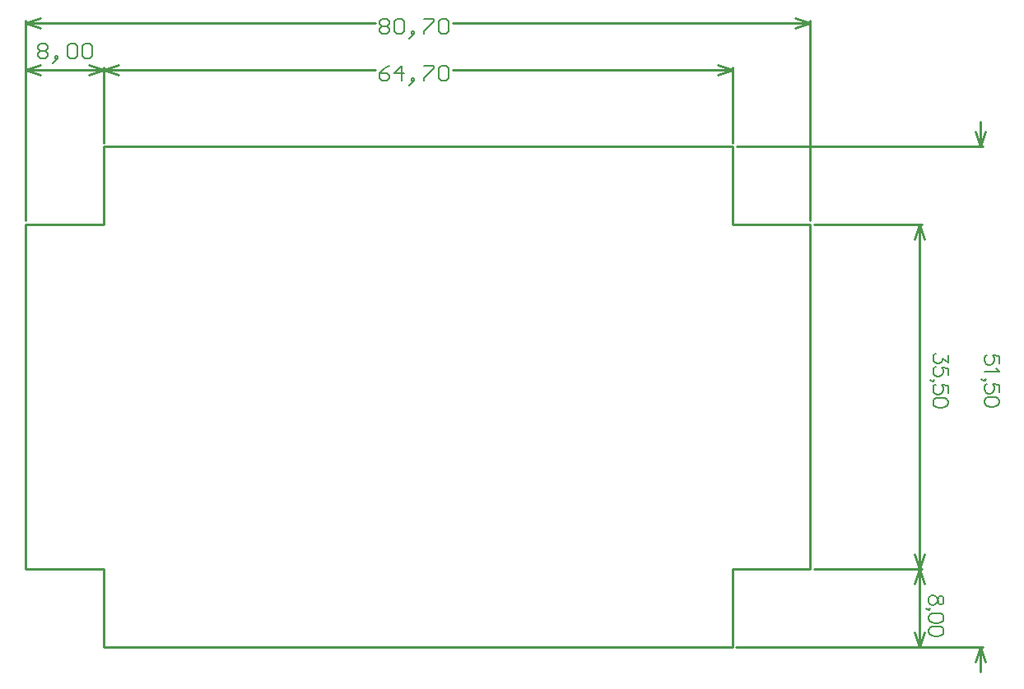
<source format=gbr>
%TF.GenerationSoftware,Altium Limited,Altium Designer,21.6.1 (37)*%
G04 Layer_Color=32768*
%FSLAX43Y43*%
%MOMM*%
%TF.SameCoordinates,722F286E-688C-4CC3-9CBB-BCC5CCC684D6*%
%TF.FilePolarity,Positive*%
%TF.FileFunction,Other,Board_Outline_(ES)*%
%TF.Part,Single*%
G01*
G75*
%TA.AperFunction,NonConductor*%
%ADD49C,0.254*%
%ADD50C,0.152*%
D49*
X72700Y43500D02*
Y51500D01*
X8000D02*
X72700D01*
X8000Y0D02*
X72700D01*
Y8000D01*
X80700D01*
X80700Y43500D02*
X80700Y8000D01*
X72700Y43500D02*
X80700D01*
X8000D02*
Y51500D01*
X0Y43500D02*
X8000D01*
X0Y8000D02*
Y43500D01*
Y8000D02*
X8000D01*
Y0D02*
Y8000D01*
X91948D02*
X92456Y6476D01*
X91440D02*
X91948Y8000D01*
X91440Y1524D02*
X91948Y0D01*
X92456Y1524D01*
X91948Y4000D02*
Y8000D01*
Y0D02*
Y4000D01*
X81081Y8000D02*
X92202D01*
X73081Y0D02*
X92202D01*
X91948Y43500D02*
X92456Y41976D01*
X91440D02*
X91948Y43500D01*
X91440Y9524D02*
X91948Y8000D01*
X92456Y9524D01*
X91948Y25750D02*
Y43500D01*
Y8000D02*
Y25750D01*
X81081Y43500D02*
X92202D01*
X81081Y8000D02*
X92202D01*
X98171Y0D02*
X98679Y-1524D01*
X97663D02*
X98171Y0D01*
X97663Y53024D02*
X98171Y51500D01*
X98679Y53024D01*
X98171Y-2540D02*
Y0D01*
Y51500D02*
Y54040D01*
X73100Y51500D02*
X98425D01*
X73081Y0D02*
X98425D01*
X0Y59436D02*
X1524Y59944D01*
X0Y59436D02*
X1524Y58928D01*
X6476D02*
X8000Y59436D01*
X6476Y59944D02*
X8000Y59436D01*
X0D02*
X4000D01*
X8000D01*
X0Y43881D02*
Y59690D01*
X8000Y51900D02*
Y59690D01*
Y59436D02*
X9524Y59944D01*
X8000Y59436D02*
X9524Y58928D01*
X71176D02*
X72700Y59436D01*
X71176Y59944D02*
X72700Y59436D01*
X8000D02*
X35982D01*
X43905D02*
X72700D01*
X8000Y51881D02*
Y59690D01*
X72700Y51900D02*
Y59690D01*
X0Y64262D02*
X1524Y64770D01*
X0Y64262D02*
X1524Y63754D01*
X79176D02*
X80700Y64262D01*
X79176Y64770D02*
X80700Y64262D01*
X0D02*
X35982D01*
X43905D02*
X80700D01*
X0Y43881D02*
Y64516D01*
X80700Y43881D02*
Y64516D01*
D50*
X94422Y4945D02*
X94350Y5162D01*
X94205Y5235D01*
X94060D01*
X93914Y5162D01*
X93842Y5017D01*
X93769Y4727D01*
X93697Y4509D01*
X93552Y4364D01*
X93407Y4292D01*
X93189D01*
X93044Y4364D01*
X92971Y4437D01*
X92899Y4655D01*
Y4945D01*
X92971Y5162D01*
X93044Y5235D01*
X93189Y5308D01*
X93407D01*
X93552Y5235D01*
X93697Y5090D01*
X93769Y4872D01*
X93842Y4582D01*
X93914Y4437D01*
X94060Y4364D01*
X94205D01*
X94350Y4437D01*
X94422Y4655D01*
Y4945D01*
X92971Y3806D02*
X92899Y3878D01*
X92971Y3951D01*
X93044Y3878D01*
X92971Y3806D01*
X92826D01*
X92681Y3878D01*
X92608Y3951D01*
X94422Y3037D02*
X94350Y3254D01*
X94132Y3399D01*
X93769Y3472D01*
X93552D01*
X93189Y3399D01*
X92971Y3254D01*
X92899Y3037D01*
Y2891D01*
X92971Y2674D01*
X93189Y2529D01*
X93552Y2456D01*
X93769D01*
X94132Y2529D01*
X94350Y2674D01*
X94422Y2891D01*
Y3037D01*
Y1680D02*
X94350Y1897D01*
X94132Y2043D01*
X93769Y2115D01*
X93552D01*
X93189Y2043D01*
X92971Y1897D01*
X92899Y1680D01*
Y1535D01*
X92971Y1317D01*
X93189Y1172D01*
X93552Y1099D01*
X93769D01*
X94132Y1172D01*
X94350Y1317D01*
X94422Y1535D01*
Y1680D01*
X94865Y30055D02*
Y29257D01*
X94284Y29693D01*
Y29475D01*
X94212Y29330D01*
X94139Y29257D01*
X93922Y29185D01*
X93777D01*
X93559Y29257D01*
X93414Y29402D01*
X93341Y29620D01*
Y29838D01*
X93414Y30055D01*
X93486Y30128D01*
X93631Y30201D01*
X94865Y27973D02*
Y28699D01*
X94212Y28771D01*
X94284Y28699D01*
X94357Y28481D01*
Y28263D01*
X94284Y28046D01*
X94139Y27901D01*
X93922Y27828D01*
X93777D01*
X93559Y27901D01*
X93414Y28046D01*
X93341Y28263D01*
Y28481D01*
X93414Y28699D01*
X93486Y28771D01*
X93631Y28844D01*
X93414Y27342D02*
X93341Y27414D01*
X93414Y27487D01*
X93486Y27414D01*
X93414Y27342D01*
X93269D01*
X93124Y27414D01*
X93051Y27487D01*
X94865Y26137D02*
Y26863D01*
X94212Y26936D01*
X94284Y26863D01*
X94357Y26645D01*
Y26428D01*
X94284Y26210D01*
X94139Y26065D01*
X93922Y25992D01*
X93777D01*
X93559Y26065D01*
X93414Y26210D01*
X93341Y26428D01*
Y26645D01*
X93414Y26863D01*
X93486Y26936D01*
X93631Y27008D01*
X94865Y25216D02*
X94792Y25434D01*
X94575Y25579D01*
X94212Y25651D01*
X93994D01*
X93631Y25579D01*
X93414Y25434D01*
X93341Y25216D01*
Y25071D01*
X93414Y24853D01*
X93631Y24708D01*
X93994Y24636D01*
X94212D01*
X94575Y24708D01*
X94792Y24853D01*
X94865Y25071D01*
Y25216D01*
X100137Y29178D02*
Y29903D01*
X99484Y29976D01*
X99557Y29903D01*
X99629Y29685D01*
Y29468D01*
X99557Y29250D01*
X99412Y29105D01*
X99194Y29032D01*
X99049D01*
X98831Y29105D01*
X98686Y29250D01*
X98614Y29468D01*
Y29685D01*
X98686Y29903D01*
X98759Y29976D01*
X98904Y30048D01*
X99847Y28691D02*
X99920Y28546D01*
X100137Y28329D01*
X98614D01*
X98686Y27429D02*
X98614Y27501D01*
X98686Y27574D01*
X98759Y27501D01*
X98686Y27429D01*
X98541D01*
X98396Y27501D01*
X98323Y27574D01*
X100137Y26225D02*
Y26950D01*
X99484Y27023D01*
X99557Y26950D01*
X99629Y26732D01*
Y26515D01*
X99557Y26297D01*
X99412Y26152D01*
X99194Y26079D01*
X99049D01*
X98831Y26152D01*
X98686Y26297D01*
X98614Y26515D01*
Y26732D01*
X98686Y26950D01*
X98759Y27023D01*
X98904Y27095D01*
X100137Y25303D02*
X100065Y25521D01*
X99847Y25666D01*
X99484Y25738D01*
X99267D01*
X98904Y25666D01*
X98686Y25521D01*
X98614Y25303D01*
Y25158D01*
X98686Y24940D01*
X98904Y24795D01*
X99267Y24723D01*
X99484D01*
X99847Y24795D01*
X100065Y24940D01*
X100137Y25158D01*
Y25303D01*
X1295Y61874D02*
X1549Y62128D01*
X2057D01*
X2311Y61874D01*
Y61620D01*
X2057Y61366D01*
X2311Y61112D01*
Y60858D01*
X2057Y60604D01*
X1549D01*
X1295Y60858D01*
Y61112D01*
X1549Y61366D01*
X1295Y61620D01*
Y61874D01*
X1549Y61366D02*
X2057D01*
X3073Y60350D02*
X3327Y60604D01*
Y60858D01*
X3073D01*
Y60604D01*
X3327D01*
X3073Y60350D01*
X2819Y60096D01*
X4342Y61874D02*
X4596Y62128D01*
X5104D01*
X5358Y61874D01*
Y60858D01*
X5104Y60604D01*
X4596D01*
X4342Y60858D01*
Y61874D01*
X5866D02*
X6120Y62128D01*
X6628D01*
X6882Y61874D01*
Y60858D01*
X6628Y60604D01*
X6120D01*
X5866Y60858D01*
Y61874D01*
X37404Y59791D02*
X36897Y59538D01*
X36389Y59030D01*
Y58522D01*
X36643Y58268D01*
X37151D01*
X37404Y58522D01*
Y58776D01*
X37151Y59030D01*
X36389D01*
X38674Y58268D02*
Y59791D01*
X37912Y59030D01*
X38928D01*
X39690Y58014D02*
X39944Y58268D01*
Y58522D01*
X39690D01*
Y58268D01*
X39944D01*
X39690Y58014D01*
X39436Y57760D01*
X40959Y59791D02*
X41975D01*
Y59538D01*
X40959Y58522D01*
Y58268D01*
X42483Y59538D02*
X42737Y59791D01*
X43245D01*
X43498Y59538D01*
Y58522D01*
X43245Y58268D01*
X42737D01*
X42483Y58522D01*
Y59538D01*
X36389Y64364D02*
X36643Y64617D01*
X37151D01*
X37404Y64364D01*
Y64110D01*
X37151Y63856D01*
X37404Y63602D01*
Y63348D01*
X37151Y63094D01*
X36643D01*
X36389Y63348D01*
Y63602D01*
X36643Y63856D01*
X36389Y64110D01*
Y64364D01*
X36643Y63856D02*
X37151D01*
X37912Y64364D02*
X38166Y64617D01*
X38674D01*
X38928Y64364D01*
Y63348D01*
X38674Y63094D01*
X38166D01*
X37912Y63348D01*
Y64364D01*
X39690Y62840D02*
X39944Y63094D01*
Y63348D01*
X39690D01*
Y63094D01*
X39944D01*
X39690Y62840D01*
X39436Y62586D01*
X40959Y64617D02*
X41975D01*
Y64364D01*
X40959Y63348D01*
Y63094D01*
X42483Y64364D02*
X42737Y64617D01*
X43245D01*
X43498Y64364D01*
Y63348D01*
X43245Y63094D01*
X42737D01*
X42483Y63348D01*
Y64364D01*
%TF.MD5,ae306db9643b4c08703a4df5c9571769*%
M02*

</source>
